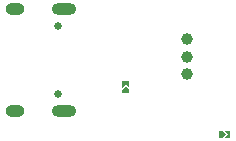
<source format=gbs>
%TF.GenerationSoftware,KiCad,Pcbnew,(6.0.2)*%
%TF.CreationDate,2022-04-27T15:01:22+08:00*%
%TF.ProjectId,USBtoTTL,55534274-6f54-4544-9c2e-6b696361645f,rev?*%
%TF.SameCoordinates,Original*%
%TF.FileFunction,Soldermask,Bot*%
%TF.FilePolarity,Negative*%
%FSLAX45Y45*%
G04 Gerber Fmt 4.5, Leading zero omitted, Abs format (unit mm)*
G04 Created by KiCad (PCBNEW (6.0.2)) date 2022-04-27 15:01:22*
%MOMM*%
%LPD*%
G01*
G04 APERTURE LIST*
%ADD10C,0.650000*%
%ADD11O,1.600000X1.000000*%
%ADD12O,2.100000X1.000000*%
%ADD13C,1.000000*%
%ADD14R,0.200000X0.600000*%
%ADD15R,0.600000X0.200000*%
G04 APERTURE END LIST*
%TO.C,JP2*%
G36*
X7756360Y-7441720D02*
G01*
X7701360Y-7441720D01*
X7731360Y-7411720D01*
X7701360Y-7381720D01*
X7756360Y-7381720D01*
X7756360Y-7441720D01*
G37*
G36*
X7716360Y-7411720D02*
G01*
X7686360Y-7441720D01*
X7656360Y-7441720D01*
X7656360Y-7381720D01*
X7686360Y-7381720D01*
X7716360Y-7411720D01*
G37*
%TO.C,JP1*%
G36*
X6898160Y-7020480D02*
G01*
X6868160Y-6990480D01*
X6838160Y-7020480D01*
X6838160Y-6965480D01*
X6898160Y-6965480D01*
X6898160Y-7020480D01*
G37*
G36*
X6898160Y-7035480D02*
G01*
X6898160Y-7065480D01*
X6838160Y-7065480D01*
X6838160Y-7035480D01*
X6868160Y-7005480D01*
X6898160Y-7035480D01*
G37*
%TD*%
D10*
%TO.C,J2*%
X6297460Y-6492800D03*
X6297460Y-7070800D03*
D11*
X5932460Y-6349800D03*
X5932460Y-7213800D03*
D12*
X6350460Y-6349800D03*
X6350460Y-7213800D03*
%TD*%
D13*
%TO.C,TP3*%
X7391400Y-6756400D03*
%TD*%
%TO.C,TP2*%
X7391400Y-6906260D03*
%TD*%
D14*
%TO.C,JP2*%
X7666360Y-7411720D03*
X7746360Y-7411720D03*
%TD*%
D13*
%TO.C,TP1*%
X7391400Y-6609080D03*
%TD*%
D15*
%TO.C,JP1*%
X6868160Y-7055480D03*
X6868160Y-6975480D03*
%TD*%
M02*

</source>
